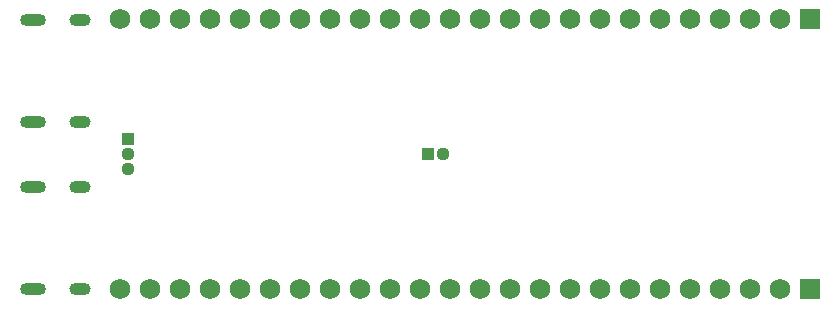
<source format=gbs>
G04*
G04 #@! TF.GenerationSoftware,Altium Limited,Altium Designer,25.4.2 (15)*
G04*
G04 Layer_Color=16711935*
%FSLAX25Y25*%
%MOIN*%
G70*
G04*
G04 #@! TF.SameCoordinates,6D7273DC-0862-4ADB-9A81-04C38C25D803*
G04*
G04*
G04 #@! TF.FilePolarity,Negative*
G04*
G01*
G75*
%ADD51C,0.06800*%
%ADD52R,0.06800X0.06800*%
G04:AMPARAMS|DCode=53|XSize=39.37mil|YSize=70.87mil|CornerRadius=19.68mil|HoleSize=0mil|Usage=FLASHONLY|Rotation=270.000|XOffset=0mil|YOffset=0mil|HoleType=Round|Shape=RoundedRectangle|*
%AMROUNDEDRECTD53*
21,1,0.03937,0.03150,0,0,270.0*
21,1,0.00000,0.07087,0,0,270.0*
1,1,0.03937,-0.01575,0.00000*
1,1,0.03937,-0.01575,0.00000*
1,1,0.03937,0.01575,0.00000*
1,1,0.03937,0.01575,0.00000*
%
%ADD53ROUNDEDRECTD53*%
G04:AMPARAMS|DCode=54|XSize=39.37mil|YSize=86.61mil|CornerRadius=19.68mil|HoleSize=0mil|Usage=FLASHONLY|Rotation=270.000|XOffset=0mil|YOffset=0mil|HoleType=Round|Shape=RoundedRectangle|*
%AMROUNDEDRECTD54*
21,1,0.03937,0.04724,0,0,270.0*
21,1,0.00000,0.08661,0,0,270.0*
1,1,0.03937,-0.02362,0.00000*
1,1,0.03937,-0.02362,0.00000*
1,1,0.03937,0.02362,0.00000*
1,1,0.03937,0.02362,0.00000*
%
%ADD54ROUNDEDRECTD54*%
%ADD55R,0.04400X0.04400*%
%ADD56C,0.04400*%
%ADD57R,0.04400X0.04400*%
D51*
X255000Y95000D02*
D03*
X245000D02*
D03*
X235000D02*
D03*
X225000D02*
D03*
X215000D02*
D03*
X205000D02*
D03*
X195000D02*
D03*
X185000D02*
D03*
X175000D02*
D03*
X165000D02*
D03*
X155000D02*
D03*
X145000D02*
D03*
X135000D02*
D03*
X125000D02*
D03*
X115000D02*
D03*
X105000D02*
D03*
X95000D02*
D03*
X85000D02*
D03*
X75000D02*
D03*
X65000D02*
D03*
X55000D02*
D03*
X35000D02*
D03*
X45000D02*
D03*
X255000Y5000D02*
D03*
X35000D02*
D03*
X45000D02*
D03*
X55000D02*
D03*
X65000D02*
D03*
X75000D02*
D03*
X85000D02*
D03*
X95000D02*
D03*
X105000D02*
D03*
X115000D02*
D03*
X125000D02*
D03*
X135000D02*
D03*
X145000D02*
D03*
X155000D02*
D03*
X165000D02*
D03*
X175000D02*
D03*
X185000D02*
D03*
X195000D02*
D03*
X205000D02*
D03*
X215000D02*
D03*
X225000D02*
D03*
X235000D02*
D03*
X245000D02*
D03*
D52*
X265000Y95000D02*
D03*
Y5000D02*
D03*
D53*
X21721Y94508D02*
D03*
Y39008D02*
D03*
Y60492D02*
D03*
Y4992D02*
D03*
D54*
X5972Y94508D02*
D03*
Y60492D02*
D03*
Y39008D02*
D03*
Y4992D02*
D03*
D55*
X37500Y55000D02*
D03*
D56*
X142500Y50000D02*
D03*
X37500D02*
D03*
Y45000D02*
D03*
D57*
X137500Y50000D02*
D03*
M02*

</source>
